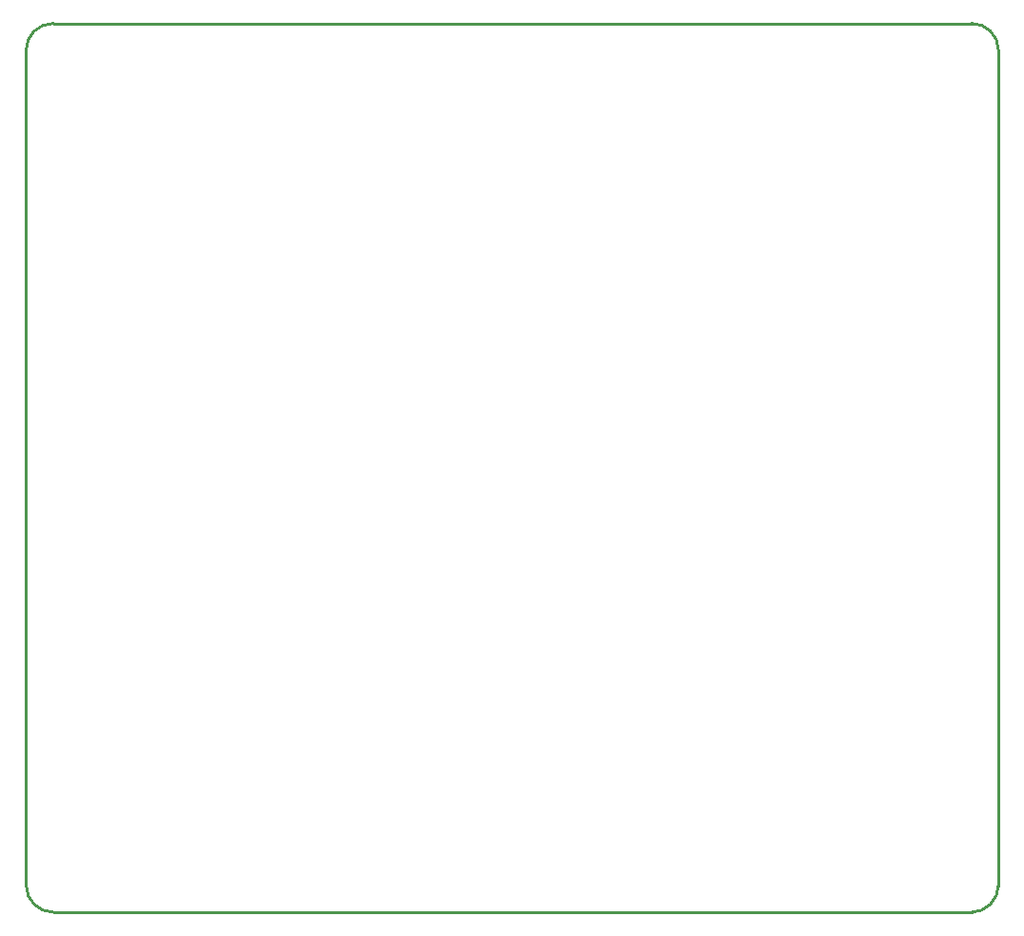
<source format=gko>
G04 Layer: BoardOutlineLayer*
G04 EasyEDA v6.5.46, 2025-06-26 21:34:50*
G04 Gerber Generator version 0.2*
G04 Scale: 100 percent, Rotated: No, Reflected: No *
G04 Dimensions in millimeters *
G04 leading zeros omitted , absolute positions ,4 integer and 5 decimal *
%FSLAX45Y45*%
%MOMM*%

%ADD10C,0.2540*%
D10*
X-1574Y6451625D02*
G01*
X-1574Y1435125D01*
X8651006Y7670800D02*
G01*
X8651006Y6451625D01*
X8651006Y1426626D02*
G01*
X8651006Y6451625D01*
X8651006Y1438920D02*
G01*
X8651006Y228600D01*
X25Y7683500D02*
G01*
X-1574Y6451625D01*
X241325Y7912100D02*
G01*
X8420125Y7912100D01*
X241325Y0D02*
G01*
X8420125Y0D01*
X-1574Y1435125D02*
G01*
X25Y241300D01*
G75*
G01*
X8411594Y7912717D02*
G02*
X8652210Y7672100I0J-240617D01*
G75*
G01*
X-5Y7671100D02*
G02*
X240612Y7911716I240617J0D01*
G75*
G01*
X241351Y902D02*
G02*
X734Y241518I0J240616D01*
G75*
G01*
X8650547Y241000D02*
G02*
X8409930Y384I-240617J0D01*

%LPD*%
M02*

</source>
